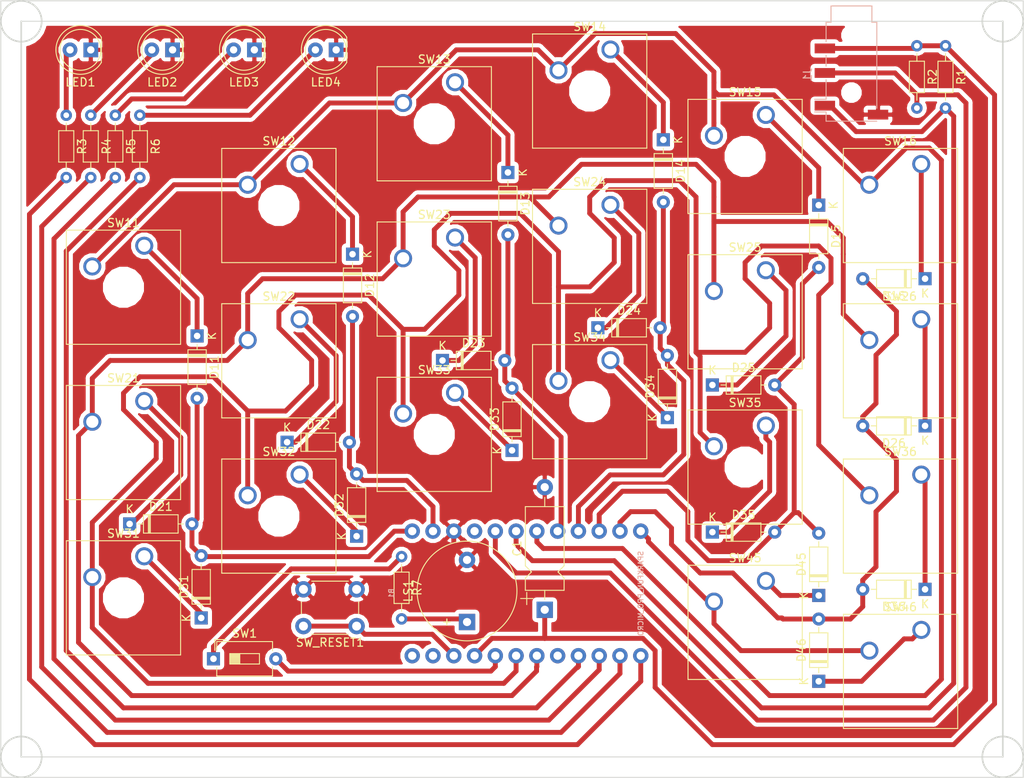
<source format=kicad_pcb>
(kicad_pcb (version 20171130) (host pcbnew "(5.0.1)-4")
  (layers (0 F.Cu signal) (31 B.Cu signal) (34 B.Paste user) (35 F.Paste user) (36 B.SilkS user) (37 F.SilkS user) (38 B.Mask user) (39 F.Mask user) (44 Edge.Cuts user))
  (net 0 "")
  (net 1 GND)
  (net 2 "Net-(B1-Pad5)")
  (net 3 "Net-(B1-Pad6)")
  (net 4 /SPEAKER)
  (net 5 /ROW1)
  (net 6 /ROW2)
  (net 7 /ROW3)
  (net 8 /ROW4)
  (net 9 /COL6)
  (net 10 /COL5)
  (net 11 /COL4)
  (net 12 /COL3)
  (net 13 /COL2)
  (net 14 /COL1)
  (net 15 VCC)
  (net 16 "Net-(B1-Pad22)")
  (net 17 "Net-(D11-Pad1)")
  (net 18 "Net-(D12-Pad1)")
  (net 19 "Net-(D13-Pad1)")
  (net 20 "Net-(D14-Pad1)")
  (net 21 "Net-(D15-Pad1)")
  (net 22 "Net-(D16-Pad1)")
  (net 23 "Net-(D21-Pad1)")
  (net 24 "Net-(D22-Pad1)")
  (net 25 "Net-(D23-Pad1)")
  (net 26 "Net-(D24-Pad1)")
  (net 27 "Net-(D25-Pad1)")
  (net 28 "Net-(D26-Pad1)")
  (net 29 "Net-(D31-Pad1)")
  (net 30 "Net-(D32-Pad1)")
  (net 31 "Net-(D33-Pad1)")
  (net 32 "Net-(D34-Pad1)")
  (net 33 "Net-(D35-Pad1)")
  (net 34 "Net-(D36-Pad1)")
  (net 35 /LED3)
  (net 36 /LED4)
  (net 37 /LED1)
  (net 38 /LED2)
  (net 39 "Net-(LED1-Pad2)")
  (net 40 "Net-(LED2-Pad2)")
  (net 41 "Net-(LED3-Pad2)")
  (net 42 "Net-(LED4-Pad2)")
  (net 43 "Net-(LS1-Pad1)")
  (net 44 "Net-(D45-Pad1)")
  (net 45 "Net-(D46-Pad1)")
  (net 46 "Net-(R7-Pad1)")
  (module Connector_Audio:Jack_3.5mm_PJ320D_Horizontal (layer B.Cu) (at 176.8 88.67 270)
    (fp_text reference J1 (at 0.05 5.35 270) (layer B.SilkS) (effects (justify mirror)))
    (fp_text value AudioJack4_Ground)
    (pad "" np_thru_hole circle (at 2.225 0 270) (size 1.5 1.5) (drill 1.5) (layers *.Cu *.Mask))
    (pad "" np_thru_hole circle (at -4.775 0 270) (size 1.5 1.5) (drill 1.5) (layers *.Cu *.Mask))
    (pad 3 smd rect (at -3.175 3.25 270) (size 1.2 2.5) (layers F.Cu B.Paste B.Mask) (net 15 VCC))
    (pad 2 smd rect (at -0.175 3.25 270) (size 1.2 2.5) (layers F.Cu B.Paste B.Mask) (net 2 "Net-(B1-Pad5)"))
    (pad 1 smd rect (at 3.825 3.25 270) (size 1.2 2.5) (layers F.Cu B.Paste B.Mask) (net 3 "Net-(B1-Pad6)"))
    (pad 4 smd rect (at 4.925 -3.25 270) (size 1.2 2.5) (layers F.Cu B.Paste B.Mask) (net 1 GND))
  )
  (module Button_Switch_Keyboard:SW_Cherry_MX1A_1.00u_Plate (layer F.Cu) (at 166.335109 93.630759)
    (fp_text reference SW15 (at -2.54 -2.794) (layer F.SilkS))
    (fp_text value SW_Push)
    (pad "" np_thru_hole circle (at -2.54 5.08) (size 4 4) (drill 4) (layers *.Cu *.Mask))
    (pad 2 thru_hole circle (at -6.35 2.54) (size 2.2 2.2) (drill 1.5) (layers *.Cu *.Mask) (net 5 /ROW1))
    (pad 1 thru_hole circle (at 0 0) (size 2.2 2.2) (drill 1.5) (layers *.Cu *.Mask) (net 21 "Net-(D15-Pad1)"))
  )
  (module Button_Switch_THT:SW_PUSH_6mm (layer F.Cu) (at 116.3 156.17 180)
    (fp_text reference SW_RESET1 (at 3.25 -2 180) (layer F.SilkS))
    (fp_text value SW_Push)
    (pad 1 thru_hole circle (at 6.5 0 270) (size 2 2) (drill 1.1) (layers *.Cu *.Mask) (net 16 "Net-(B1-Pad22)"))
    (pad 2 thru_hole circle (at 6.5 4.5 270) (size 2 2) (drill 1.1) (layers *.Cu *.Mask) (net 1 GND))
    (pad 1 thru_hole circle (at 0 0 270) (size 2 2) (drill 1.1) (layers *.Cu *.Mask) (net 16 "Net-(B1-Pad22)"))
    (pad 2 thru_hole circle (at 0 4.5 270) (size 2 2) (drill 1.1) (layers *.Cu *.Mask) (net 1 GND))
  )
  (module Button_Switch_THT:SW_DIP_SPSTx01_Slide_6.7x4.1mm_W7.62mm_P2.54mm_LowProfile (layer F.Cu) (at 98.8 160.17)
    (fp_text reference SW1 (at 3.81 -3.11) (layer F.SilkS))
    (fp_text value SW_DIP_x01)
    (pad 1 thru_hole rect (at 0 0) (size 1.6 1.6) (drill 0.8) (layers *.Cu *.Mask) (net 46 "Net-(R7-Pad1)"))
    (pad 2 thru_hole oval (at 7.62 0) (size 1.6 1.6) (drill 0.8) (layers *.Cu *.Mask) (net 4 /SPEAKER))
  )
  (module Button_Switch_Keyboard:SW_Cherry_MX1A_1.00u_Plate (layer F.Cu) (at 166.335109 131.630759)
    (fp_text reference SW35 (at -2.54 -2.794) (layer F.SilkS))
    (fp_text value SW_Push)
    (pad "" np_thru_hole circle (at -2.54 5.08) (size 4 4) (drill 4) (layers *.Cu *.Mask))
    (pad 2 thru_hole circle (at -6.35 2.54) (size 2.2 2.2) (drill 1.5) (layers *.Cu *.Mask) (net 7 /ROW3))
    (pad 1 thru_hole circle (at 0 0) (size 2.2 2.2) (drill 1.5) (layers *.Cu *.Mask) (net 33 "Net-(D35-Pad1)"))
  )
  (module Button_Switch_Keyboard:SW_Cherry_MX1A_1.00u_Plate (layer F.Cu) (at 90.335109 147.630759)
    (fp_text reference SW31 (at -2.54 -2.794) (layer F.SilkS))
    (fp_text value SW_Push)
    (pad 1 thru_hole circle (at 0 0) (size 2.2 2.2) (drill 1.5) (layers *.Cu *.Mask) (net 29 "Net-(D31-Pad1)"))
    (pad 2 thru_hole circle (at -6.35 2.54) (size 2.2 2.2) (drill 1.5) (layers *.Cu *.Mask) (net 7 /ROW3))
    (pad "" np_thru_hole circle (at -2.54 5.08) (size 4 4) (drill 4) (layers *.Cu *.Mask))
  )
  (module Buzzer_Beeper:Buzzer_12x9.5RM7.6 (layer F.Cu) (at 129.8 155.67 90)
    (fp_text reference LS1 (at 3.8 -7.2 90) (layer F.SilkS))
    (fp_text value Speaker)
    (fp_text user + (at -0.01 -2.54 90) (layer F.SilkS))
    (pad 1 thru_hole rect (at 0 0 90) (size 2 2) (drill 1) (layers *.Cu *.Mask) (net 43 "Net-(LS1-Pad1)"))
    (pad 2 thru_hole circle (at 7.6 0 90) (size 2 2) (drill 1) (layers *.Cu *.Mask) (net 1 GND))
  )
  (module Button_Switch_Keyboard:SW_Cherry_MX1A_1.00u_Plate (layer F.Cu) (at 90.335109 128.630759)
    (fp_text reference SW21 (at -2.54 -2.794) (layer F.SilkS))
    (fp_text value SW_Push)
    (pad 1 thru_hole circle (at 0 0) (size 2.2 2.2) (drill 1.5) (layers *.Cu *.Mask) (net 23 "Net-(D21-Pad1)"))
    (pad 2 thru_hole circle (at -6.35 2.54) (size 2.2 2.2) (drill 1.5) (layers *.Cu *.Mask) (net 6 /ROW2))
    (pad "" np_thru_hole circle (at -2.54 5.08) (size 4 4) (drill 4) (layers *.Cu *.Mask))
  )
  (module Boards:SPARKFUN_PRO_MICRO (layer B.Cu) (at 135.8 152.17 270)
    (fp_text reference B1 (at 0 15.24 270) (layer B.SilkS) (effects (font (size 0.6096 0.6096) (thickness 0.127)) (justify mirror)))
    (fp_text value SPARKFUN_PRO_MICRO (at 0 -15.24 270) (layer B.SilkS) (effects (font (size 0.6096 0.6096) (thickness 0.127)) (justify mirror)))
    (pad 1 thru_hole circle (at -7.62 12.7 270) (size 1.8796 1.8796) (drill 1.016) (layers *.Cu *.Mask) (net 14 /COL1))
    (pad 2 thru_hole circle (at -7.62 10.16 270) (size 1.8796 1.8796) (drill 1.016) (layers *.Cu *.Mask) (net 13 /COL2))
    (pad 3 thru_hole circle (at -7.62 7.62 270) (size 1.8796 1.8796) (drill 1.016) (layers *.Cu *.Mask) (net 1 GND))
    (pad 4 thru_hole circle (at -7.62 5.08 270) (size 1.8796 1.8796) (drill 1.016) (layers *.Cu *.Mask))
    (pad 5 thru_hole circle (at -7.62 2.54 270) (size 1.8796 1.8796) (drill 1.016) (layers *.Cu *.Mask) (net 2 "Net-(B1-Pad5)"))
    (pad 6 thru_hole circle (at -7.62 0 270) (size 1.8796 1.8796) (drill 1.016) (layers *.Cu *.Mask) (net 3 "Net-(B1-Pad6)"))
    (pad 7 thru_hole circle (at -7.62 -2.54 270) (size 1.8796 1.8796) (drill 1.016) (layers *.Cu *.Mask) (net 5 /ROW1))
    (pad 8 thru_hole circle (at -7.62 -5.08 270) (size 1.8796 1.8796) (drill 1.016) (layers *.Cu *.Mask) (net 12 /COL3))
    (pad 9 thru_hole circle (at -7.62 -7.62 270) (size 1.8796 1.8796) (drill 1.016) (layers *.Cu *.Mask) (net 11 /COL4))
    (pad 10 thru_hole circle (at -7.62 -10.16 270) (size 1.8796 1.8796) (drill 1.016) (layers *.Cu *.Mask) (net 10 /COL5))
    (pad 11 thru_hole circle (at -7.62 -12.7 270) (size 1.8796 1.8796) (drill 1.016) (layers *.Cu *.Mask) (net 9 /COL6))
    (pad 12 thru_hole circle (at -7.62 -15.24 270) (size 1.8796 1.8796) (drill 1.016) (layers *.Cu *.Mask) (net 8 /ROW4))
    (pad 13 thru_hole circle (at 7.62 -15.24 270) (size 1.8796 1.8796) (drill 1.016) (layers *.Cu *.Mask) (net 37 /LED1))
    (pad 14 thru_hole circle (at 7.62 -12.7 270) (size 1.8796 1.8796) (drill 1.016) (layers *.Cu *.Mask) (net 38 /LED2))
    (pad 15 thru_hole circle (at 7.62 -10.16 270) (size 1.8796 1.8796) (drill 1.016) (layers *.Cu *.Mask) (net 35 /LED3))
    (pad 16 thru_hole circle (at 7.62 -7.62 270) (size 1.8796 1.8796) (drill 1.016) (layers *.Cu *.Mask) (net 36 /LED4))
    (pad 17 thru_hole circle (at 7.62 -5.08 270) (size 1.8796 1.8796) (drill 1.016) (layers *.Cu *.Mask))
    (pad 18 thru_hole circle (at 7.62 -2.54 270) (size 1.8796 1.8796) (drill 1.016) (layers *.Cu *.Mask) (net 6 /ROW2))
    (pad 19 thru_hole circle (at 7.62 0 270) (size 1.8796 1.8796) (drill 1.016) (layers *.Cu *.Mask) (net 7 /ROW3))
    (pad 20 thru_hole circle (at 7.62 2.54 270) (size 1.8796 1.8796) (drill 1.016) (layers *.Cu *.Mask) (net 4 /SPEAKER))
    (pad 21 thru_hole circle (at 7.62 5.08 270) (size 1.8796 1.8796) (drill 1.016) (layers *.Cu *.Mask) (net 15 VCC))
    (pad 22 thru_hole circle (at 7.62 7.62 270) (size 1.8796 1.8796) (drill 1.016) (layers *.Cu *.Mask) (net 16 "Net-(B1-Pad22)"))
    (pad 23 thru_hole circle (at 7.62 10.16 270) (size 1.8796 1.8796) (drill 1.016) (layers *.Cu *.Mask))
    (pad 24 thru_hole circle (at 7.62 12.7 270) (size 1.8796 1.8796) (drill 1.016) (layers *.Cu *.Mask))
  )
  (module Button_Switch_Keyboard:SW_Cherry_MX1A_1.00u_Plate (layer F.Cu) (at 90.335109 109.630759)
    (fp_text reference SW11 (at -2.54 -2.794) (layer F.SilkS))
    (fp_text value SW_Push)
    (pad "" np_thru_hole circle (at -2.54 5.08) (size 4 4) (drill 4) (layers *.Cu *.Mask))
    (pad 2 thru_hole circle (at -6.35 2.54) (size 2.2 2.2) (drill 1.5) (layers *.Cu *.Mask) (net 5 /ROW1))
    (pad 1 thru_hole circle (at 0 0) (size 2.2 2.2) (drill 1.5) (layers *.Cu *.Mask) (net 17 "Net-(D11-Pad1)"))
  )
  (module Button_Switch_Keyboard:SW_Cherry_MX1A_1.00u_Plate (layer F.Cu) (at 109.335109 118.630759)
    (fp_text reference SW22 (at -2.54 -2.794) (layer F.SilkS))
    (fp_text value SW_Push)
    (pad "" np_thru_hole circle (at -2.54 5.08) (size 4 4) (drill 4) (layers *.Cu *.Mask))
    (pad 2 thru_hole circle (at -6.35 2.54) (size 2.2 2.2) (drill 1.5) (layers *.Cu *.Mask) (net 6 /ROW2))
    (pad 1 thru_hole circle (at 0 0) (size 2.2 2.2) (drill 1.5) (layers *.Cu *.Mask) (net 24 "Net-(D22-Pad1)"))
  )
  (module Button_Switch_Keyboard:SW_Cherry_MX1A_1.00u_Plate (layer F.Cu) (at 166.335109 112.630759)
    (fp_text reference SW25 (at -2.54 -2.794) (layer F.SilkS))
    (fp_text value SW_Push)
    (pad 1 thru_hole circle (at 0 0) (size 2.2 2.2) (drill 1.5) (layers *.Cu *.Mask) (net 27 "Net-(D25-Pad1)"))
    (pad 2 thru_hole circle (at -6.35 2.54) (size 2.2 2.2) (drill 1.5) (layers *.Cu *.Mask) (net 6 /ROW2))
    (pad "" np_thru_hole circle (at -2.54 5.08) (size 4 4) (drill 4) (layers *.Cu *.Mask))
  )
  (module Button_Switch_Keyboard:SW_Cherry_MX1A_1.00u_Plate (layer F.Cu) (at 147.335109 85.630759)
    (fp_text reference SW14 (at -2.54 -2.794) (layer F.SilkS))
    (fp_text value SW_Push)
    (pad 1 thru_hole circle (at 0 0) (size 2.2 2.2) (drill 1.5) (layers *.Cu *.Mask) (net 20 "Net-(D14-Pad1)"))
    (pad 2 thru_hole circle (at -6.35 2.54) (size 2.2 2.2) (drill 1.5) (layers *.Cu *.Mask) (net 5 /ROW1))
    (pad "" np_thru_hole circle (at -2.54 5.08) (size 4 4) (drill 4) (layers *.Cu *.Mask))
  )
  (module Button_Switch_Keyboard:SW_Cherry_MX1A_1.00u_Plate (layer F.Cu) (at 185.335109 137.630759)
    (fp_text reference SW36 (at -2.54 -2.794) (layer F.SilkS))
    (fp_text value SW_Push)
    (pad "" np_thru_hole circle (at -2.54 5.08) (size 4 4) (drill 4) (layers *.Cu *.Mask))
    (pad 2 thru_hole circle (at -6.35 2.54) (size 2.2 2.2) (drill 1.5) (layers *.Cu *.Mask) (net 7 /ROW3))
    (pad 1 thru_hole circle (at 0 0) (size 2.2 2.2) (drill 1.5) (layers *.Cu *.Mask) (net 34 "Net-(D36-Pad1)"))
  )
  (module Resistor_THT:R_Axial_DIN0204_L3.6mm_D1.6mm_P7.62mm_Horizontal (layer F.Cu) (at 86.8 93.67 270)
    (fp_text reference R5 (at 3.81 -1.92 270) (layer F.SilkS))
    (fp_text value R)
    (pad 2 thru_hole oval (at 7.62 0 270) (size 1.4 1.4) (drill 0.7) (layers *.Cu *.Mask) (net 35 /LED3))
    (pad 1 thru_hole circle (at 0 0 270) (size 1.4 1.4) (drill 0.7) (layers *.Cu *.Mask) (net 41 "Net-(LED3-Pad2)"))
  )
  (module LED_THT:LED_D5.0mm (layer F.Cu) (at 103.8 85.67 180)
    (fp_text reference LED3 (at 1.27 -3.96 180) (layer F.SilkS))
    (fp_text value LED)
    (pad 2 thru_hole circle (at 2.54 0 180) (size 1.8 1.8) (drill 0.9) (layers *.Cu *.Mask) (net 41 "Net-(LED3-Pad2)"))
    (pad 1 thru_hole rect (at 0 0 180) (size 1.8 1.8) (drill 0.9) (layers *.Cu *.Mask) (net 1 GND))
  )
  (module Resistor_THT:R_Axial_DIN0204_L3.6mm_D1.6mm_P7.62mm_Horizontal (layer F.Cu) (at 80.8 93.67 270)
    (fp_text reference R3 (at 3.81 -1.92 270) (layer F.SilkS))
    (fp_text value R)
    (pad 2 thru_hole oval (at 7.62 0 270) (size 1.4 1.4) (drill 0.7) (layers *.Cu *.Mask) (net 37 /LED1))
    (pad 1 thru_hole circle (at 0 0 270) (size 1.4 1.4) (drill 0.7) (layers *.Cu *.Mask) (net 39 "Net-(LED1-Pad2)"))
  )
  (module Resistor_THT:R_Axial_DIN0204_L3.6mm_D1.6mm_P7.62mm_Horizontal (layer F.Cu) (at 89.8 93.67 270)
    (fp_text reference R6 (at 3.81 -1.92 270) (layer F.SilkS))
    (fp_text value R)
    (pad 2 thru_hole oval (at 7.62 0 270) (size 1.4 1.4) (drill 0.7) (layers *.Cu *.Mask) (net 36 /LED4))
    (pad 1 thru_hole circle (at 0 0 270) (size 1.4 1.4) (drill 0.7) (layers *.Cu *.Mask) (net 42 "Net-(LED4-Pad2)"))
  )
  (module Resistor_THT:R_Axial_DIN0204_L3.6mm_D1.6mm_P7.62mm_Horizontal (layer F.Cu) (at 121.8 147.67 270)
    (fp_text reference R7 (at 3.81 -1.92 270) (layer F.SilkS))
    (fp_text value R)
    (pad 1 thru_hole circle (at 0 0 270) (size 1.4 1.4) (drill 0.7) (layers *.Cu *.Mask) (net 46 "Net-(R7-Pad1)"))
    (pad 2 thru_hole oval (at 7.62 0 270) (size 1.4 1.4) (drill 0.7) (layers *.Cu *.Mask) (net 43 "Net-(LS1-Pad1)"))
  )
  (module LED_THT:LED_D5.0mm (layer F.Cu) (at 83.8 85.67 180)
    (fp_text reference LED1 (at 1.27 -3.96 180) (layer F.SilkS))
    (fp_text value LED)
    (pad 2 thru_hole circle (at 2.54 0 180) (size 1.8 1.8) (drill 0.9) (layers *.Cu *.Mask) (net 39 "Net-(LED1-Pad2)"))
    (pad 1 thru_hole rect (at 0 0 180) (size 1.8 1.8) (drill 0.9) (layers *.Cu *.Mask) (net 1 GND))
  )
  (module Resistor_THT:R_Axial_DIN0204_L3.6mm_D1.6mm_P7.62mm_Horizontal (layer F.Cu) (at 83.8 93.67 270)
    (fp_text reference R4 (at 3.81 -1.92 270) (layer F.SilkS))
    (fp_text value R)
    (pad 2 thru_hole oval (at 7.62 0 270) (size 1.4 1.4) (drill 0.7) (layers *.Cu *.Mask) (net 38 /LED2))
    (pad 1 thru_hole circle (at 0 0 270) (size 1.4 1.4) (drill 0.7) (layers *.Cu *.Mask) (net 40 "Net-(LED2-Pad2)"))
  )
  (module LED_THT:LED_D5.0mm (layer F.Cu) (at 113.8 85.67 180)
    (fp_text reference LED4 (at 1.27 -3.96 180) (layer F.SilkS))
    (fp_text value LED)
    (pad 1 thru_hole rect (at 0 0 180) (size 1.8 1.8) (drill 0.9) (layers *.Cu *.Mask) (net 1 GND))
    (pad 2 thru_hole circle (at 2.54 0 180) (size 1.8 1.8) (drill 0.9) (layers *.Cu *.Mask) (net 42 "Net-(LED4-Pad2)"))
  )
  (module LED_THT:LED_D5.0mm (layer F.Cu) (at 93.8 85.67 180)
    (fp_text reference LED2 (at 1.27 -3.96 180) (layer F.SilkS))
    (fp_text value LED)
    (pad 1 thru_hole rect (at 0 0 180) (size 1.8 1.8) (drill 0.9) (layers *.Cu *.Mask) (net 1 GND))
    (pad 2 thru_hole circle (at 2.54 0 180) (size 1.8 1.8) (drill 0.9) (layers *.Cu *.Mask) (net 40 "Net-(LED2-Pad2)"))
  )
  (module Button_Switch_Keyboard:SW_Cherry_MX1A_1.00u_Plate (layer F.Cu) (at 128.335109 127.630759)
    (fp_text reference SW33 (at -2.54 -2.794) (layer F.SilkS))
    (fp_text value SW_Push)
    (pad "" np_thru_hole circle (at -2.54 5.08) (size 4 4) (drill 4) (layers *.Cu *.Mask))
    (pad 2 thru_hole circle (at -6.35 2.54) (size 2.2 2.2) (drill 1.5) (layers *.Cu *.Mask) (net 7 /ROW3))
    (pad 1 thru_hole circle (at 0 0) (size 2.2 2.2) (drill 1.5) (layers *.Cu *.Mask) (net 31 "Net-(D33-Pad1)"))
  )
  (module Resistor_THT:R_Axial_DIN0204_L3.6mm_D1.6mm_P7.62mm_Horizontal (layer F.Cu) (at 184.8 85.17 270)
    (fp_text reference R2 (at 3.81 -1.92 270) (layer F.SilkS))
    (fp_text value R)
    (pad 1 thru_hole circle (at 0 0 270) (size 1.4 1.4) (drill 0.7) (layers *.Cu *.Mask) (net 15 VCC))
    (pad 2 thru_hole oval (at 7.62 0 270) (size 1.4 1.4) (drill 0.7) (layers *.Cu *.Mask) (net 2 "Net-(B1-Pad5)"))
  )
  (module Button_Switch_Keyboard:SW_Cherry_MX1A_1.00u_Plate (layer F.Cu) (at 128.335109 89.630759)
    (fp_text reference SW13 (at -2.54 -2.794) (layer F.SilkS))
    (fp_text value SW_Push)
    (pad "" np_thru_hole circle (at -2.54 5.08) (size 4 4) (drill 4) (layers *.Cu *.Mask))
    (pad 2 thru_hole circle (at -6.35 2.54) (size 2.2 2.2) (drill 1.5) (layers *.Cu *.Mask) (net 5 /ROW1))
    (pad 1 thru_hole circle (at 0 0) (size 2.2 2.2) (drill 1.5) (layers *.Cu *.Mask) (net 19 "Net-(D13-Pad1)"))
  )
  (module Button_Switch_Keyboard:SW_Cherry_MX1A_1.00u_Plate (layer F.Cu) (at 147.335109 104.630759)
    (fp_text reference SW24 (at -2.54 -2.794) (layer F.SilkS))
    (fp_text value SW_Push)
    (pad "" np_thru_hole circle (at -2.54 5.08) (size 4 4) (drill 4) (layers *.Cu *.Mask))
    (pad 2 thru_hole circle (at -6.35 2.54) (size 2.2 2.2) (drill 1.5) (layers *.Cu *.Mask) (net 6 /ROW2))
    (pad 1 thru_hole circle (at 0 0) (size 2.2 2.2) (drill 1.5) (layers *.Cu *.Mask) (net 26 "Net-(D24-Pad1)"))
  )
  (module Button_Switch_Keyboard:SW_Cherry_MX1A_1.00u_Plate (layer F.Cu) (at 147.335109 123.630759)
    (fp_text reference SW34 (at -2.54 -2.794) (layer F.SilkS))
    (fp_text value SW_Push)
    (pad 1 thru_hole circle (at 0 0) (size 2.2 2.2) (drill 1.5) (layers *.Cu *.Mask) (net 32 "Net-(D34-Pad1)"))
    (pad 2 thru_hole circle (at -6.35 2.54) (size 2.2 2.2) (drill 1.5) (layers *.Cu *.Mask) (net 7 /ROW3))
    (pad "" np_thru_hole circle (at -2.54 5.08) (size 4 4) (drill 4) (layers *.Cu *.Mask))
  )
  (module Button_Switch_Keyboard:SW_Cherry_MX1A_1.00u_Plate (layer F.Cu) (at 109.335109 99.630759)
    (fp_text reference SW12 (at -2.54 -2.794) (layer F.SilkS))
    (fp_text value SW_Push)
    (pad "" np_thru_hole circle (at -2.54 5.08) (size 4 4) (drill 4) (layers *.Cu *.Mask))
    (pad 2 thru_hole circle (at -6.35 2.54) (size 2.2 2.2) (drill 1.5) (layers *.Cu *.Mask) (net 5 /ROW1))
    (pad 1 thru_hole circle (at 0 0) (size 2.2 2.2) (drill 1.5) (layers *.Cu *.Mask) (net 18 "Net-(D12-Pad1)"))
  )
  (module Button_Switch_Keyboard:SW_Cherry_MX1A_1.00u_Plate (layer F.Cu) (at 128.335109 108.630759)
    (fp_text reference SW23 (at -2.54 -2.794) (layer F.SilkS))
    (fp_text value SW_Push)
    (pad 1 thru_hole circle (at 0 0) (size 2.2 2.2) (drill 1.5) (layers *.Cu *.Mask) (net 25 "Net-(D23-Pad1)"))
    (pad 2 thru_hole circle (at -6.35 2.54) (size 2.2 2.2) (drill 1.5) (layers *.Cu *.Mask) (net 6 /ROW2))
    (pad "" np_thru_hole circle (at -2.54 5.08) (size 4 4) (drill 4) (layers *.Cu *.Mask))
  )
  (module Button_Switch_Keyboard:SW_Cherry_MX1A_1.00u_Plate (layer F.Cu) (at 109.335109 137.630759)
    (fp_text reference SW32 (at -2.54 -2.794) (layer F.SilkS))
    (fp_text value SW_Push)
    (pad 1 thru_hole circle (at 0 0) (size 2.2 2.2) (drill 1.5) (layers *.Cu *.Mask) (net 30 "Net-(D32-Pad1)"))
    (pad 2 thru_hole circle (at -6.35 2.54) (size 2.2 2.2) (drill 1.5) (layers *.Cu *.Mask) (net 7 /ROW3))
    (pad "" np_thru_hole circle (at -2.54 5.08) (size 4 4) (drill 4) (layers *.Cu *.Mask))
  )
  (module Resistor_THT:R_Axial_DIN0204_L3.6mm_D1.6mm_P7.62mm_Horizontal (layer F.Cu) (at 188.3 85.17 270)
    (fp_text reference R1 (at 3.81 -1.92 270) (layer F.SilkS))
    (fp_text value R)
    (pad 1 thru_hole circle (at 0 0 270) (size 1.4 1.4) (drill 0.7) (layers *.Cu *.Mask) (net 15 VCC))
    (pad 2 thru_hole oval (at 7.62 0 270) (size 1.4 1.4) (drill 0.7) (layers *.Cu *.Mask) (net 3 "Net-(B1-Pad6)"))
  )
  (module Button_Switch_Keyboard:SW_Cherry_MX1A_1.00u_Plate (layer F.Cu) (at 185.335109 99.630759)
    (fp_text reference SW16 (at -2.54 -2.794) (layer F.SilkS))
    (fp_text value SW_Push)
    (pad 1 thru_hole circle (at 0 0) (size 2.2 2.2) (drill 1.5) (layers *.Cu *.Mask) (net 22 "Net-(D16-Pad1)"))
    (pad 2 thru_hole circle (at -6.35 2.54) (size 2.2 2.2) (drill 1.5) (layers *.Cu *.Mask) (net 5 /ROW1))
    (pad "" np_thru_hole circle (at -2.54 5.08) (size 4 4) (drill 4) (layers *.Cu *.Mask))
  )
  (module Button_Switch_Keyboard:SW_Cherry_MX1A_1.00u_Plate (layer F.Cu) (at 185.335109 118.630759)
    (fp_text reference SW26 (at -2.54 -2.794) (layer F.SilkS))
    (fp_text value SW_Push)
    (pad "" np_thru_hole circle (at -2.54 5.08) (size 4 4) (drill 4) (layers *.Cu *.Mask))
    (pad 2 thru_hole circle (at -6.35 2.54) (size 2.2 2.2) (drill 1.5) (layers *.Cu *.Mask) (net 6 /ROW2))
    (pad 1 thru_hole circle (at 0 0) (size 2.2 2.2) (drill 1.5) (layers *.Cu *.Mask) (net 28 "Net-(D26-Pad1)"))
  )
  (module Button_Switch_Keyboard:SW_Cherry_MX1A_1.00u_Plate (layer F.Cu) (at 166.344891 150.630759)
    (fp_text reference SW45 (at -2.54 -2.794) (layer F.SilkS))
    (fp_text value SW_Push)
    (pad 1 thru_hole circle (at 0 0) (size 2.2 2.2) (drill 1.5) (layers *.Cu *.Mask) (net 44 "Net-(D45-Pad1)"))
    (pad 2 thru_hole circle (at -6.35 2.54) (size 2.2 2.2) (drill 1.5) (layers *.Cu *.Mask) (net 8 /ROW4))
    (pad "" np_thru_hole circle (at -2.54 5.08) (size 4 4) (drill 4) (layers *.Cu *.Mask))
  )
  (module Button_Switch_Keyboard:SW_Cherry_MX1A_1.00u_Plate (layer F.Cu) (at 185.344891 156.630759)
    (fp_text reference SW46 (at -2.54 -2.794) (layer F.SilkS))
    (fp_text value SW_Push)
    (pad "" np_thru_hole circle (at -2.54 5.08) (size 4 4) (drill 4) (layers *.Cu *.Mask))
    (pad 2 thru_hole circle (at -6.35 2.54) (size 2.2 2.2) (drill 1.5) (layers *.Cu *.Mask) (net 8 /ROW4))
    (pad 1 thru_hole circle (at 0 0) (size 2.2 2.2) (drill 1.5) (layers *.Cu *.Mask) (net 45 "Net-(D46-Pad1)"))
  )
  (module Capacitor_THT:CP_Axial_L10.0mm_D4.5mm_P15.00mm_Horizontal (layer F.Cu) (at 139.3 154.17 90)
    (fp_text reference C1 (at 7.5 -3.37 90) (layer F.SilkS))
    (fp_text value C)
    (pad 1 thru_hole rect (at 0 0 90) (size 2 2) (drill 1) (layers *.Cu *.Mask) (net 15 VCC))
    (pad 2 thru_hole oval (at 15 0 90) (size 2 2) (drill 1) (layers *.Cu *.Mask) (net 1 GND))
  )
  (module Diode_THT:D_DO-35_SOD27_P7.62mm_Horizontal (layer F.Cu) (at 96.8 120.67 270)
    (fp_text reference D11 (at 3.81 -2.12 270) (layer F.SilkS))
    (fp_text value DIODE)
    (fp_text user K (at 0 -1.8 270) (layer F.SilkS))
    (pad 1 thru_hole rect (at 0 0 270) (size 1.6 1.6) (drill 0.8) (layers *.Cu *.Mask) (net 17 "Net-(D11-Pad1)"))
    (pad 2 thru_hole oval (at 7.62 0 270) (size 1.6 1.6) (drill 0.8) (layers *.Cu *.Mask) (net 14 /COL1))
  )
  (module Diode_THT:D_DO-35_SOD27_P7.62mm_Horizontal (layer F.Cu) (at 115.8 110.67 270)
    (fp_text reference D12 (at 3.81 -2.12 270) (layer F.SilkS))
    (fp_text value DIODE)
    (fp_text user K (at 0 -1.8 270) (layer F.SilkS))
    (pad 2 thru_hole oval (at 7.62 0 270) (size 1.6 1.6) (drill 0.8) (layers *.Cu *.Mask) (net 13 /COL2))
    (pad 1 thru_hole rect (at 0 0 270) (size 1.6 1.6) (drill 0.8) (layers *.Cu *.Mask) (net 18 "Net-(D12-Pad1)"))
  )
  (module Diode_THT:D_DO-35_SOD27_P7.62mm_Horizontal (layer F.Cu) (at 134.8 100.67 270)
    (fp_text reference D13 (at 3.81 -2.12 270) (layer F.SilkS))
    (fp_text value DIODE)
    (fp_text user K (at 0 -1.8 270) (layer F.SilkS))
    (pad 1 thru_hole rect (at 0 0 270) (size 1.6 1.6) (drill 0.8) (layers *.Cu *.Mask) (net 19 "Net-(D13-Pad1)"))
    (pad 2 thru_hole oval (at 7.62 0 270) (size 1.6 1.6) (drill 0.8) (layers *.Cu *.Mask) (net 12 /COL3))
  )
  (module Diode_THT:D_DO-35_SOD27_P7.62mm_Horizontal (layer F.Cu) (at 153.8 96.67 270)
    (fp_text reference D14 (at 3.81 -2.12 270) (layer F.SilkS))
    (fp_text value DIODE)
    (fp_text user K (at 0 -1.8 270) (layer F.SilkS))
    (pad 2 thru_hole oval (at 7.62 0 270) (size 1.6 1.6) (drill 0.8) (layers *.Cu *.Mask) (net 11 /COL4))
    (pad 1 thru_hole rect (at 0 0 270) (size 1.6 1.6) (drill 0.8) (layers *.Cu *.Mask) (net 20 "Net-(D14-Pad1)"))
  )
  (module Diode_THT:D_DO-35_SOD27_P7.62mm_Horizontal (layer F.Cu) (at 172.8 104.67 270)
    (fp_text reference D15 (at 3.81 -2.12 270) (layer F.SilkS))
    (fp_text value DIODE)
    (fp_text user K (at 0 -1.8 270) (layer F.SilkS))
    (pad 1 thru_hole rect (at 0 0 270) (size 1.6 1.6) (drill 0.8) (layers *.Cu *.Mask) (net 21 "Net-(D15-Pad1)"))
    (pad 2 thru_hole oval (at 7.62 0 270) (size 1.6 1.6) (drill 0.8) (layers *.Cu *.Mask) (net 10 /COL5))
  )
  (module Diode_THT:D_DO-35_SOD27_P7.62mm_Horizontal (layer F.Cu) (at 185.8 113.67 180)
    (fp_text reference D16 (at 3.81 -2.12 180) (layer F.SilkS))
    (fp_text value DIODE)
    (fp_text user K (at 0 -1.8 180) (layer F.SilkS))
    (pad 2 thru_hole oval (at 7.62 0 180) (size 1.6 1.6) (drill 0.8) (layers *.Cu *.Mask) (net 9 /COL6))
    (pad 1 thru_hole rect (at 0 0 180) (size 1.6 1.6) (drill 0.8) (layers *.Cu *.Mask) (net 22 "Net-(D16-Pad1)"))
  )
  (module Diode_THT:D_DO-35_SOD27_P7.62mm_Horizontal (layer F.Cu) (at 88.55 143.67)
    (fp_text reference D21 (at 3.81 -2.12) (layer F.SilkS))
    (fp_text value DIODE)
    (fp_text user K (at 0 -1.8) (layer F.SilkS))
    (pad 1 thru_hole rect (at 0 0) (size 1.6 1.6) (drill 0.8) (layers *.Cu *.Mask) (net 23 "Net-(D21-Pad1)"))
    (pad 2 thru_hole oval (at 7.62 0) (size 1.6 1.6) (drill 0.8) (layers *.Cu *.Mask) (net 14 /COL1))
  )
  (module Diode_THT:D_DO-35_SOD27_P7.62mm_Horizontal (layer F.Cu) (at 107.8 133.67)
    (fp_text reference D22 (at 3.81 -2.12) (layer F.SilkS))
    (fp_text value DIODE)
    (fp_text user K (at 0 -1.8) (layer F.SilkS))
    (pad 1 thru_hole rect (at 0 0) (size 1.6 1.6) (drill 0.8) (layers *.Cu *.Mask) (net 24 "Net-(D22-Pad1)"))
    (pad 2 thru_hole oval (at 7.62 0) (size 1.6 1.6) (drill 0.8) (layers *.Cu *.Mask) (net 13 /COL2))
  )
  (module Diode_THT:D_DO-35_SOD27_P7.62mm_Horizontal (layer F.Cu) (at 126.8 123.67)
    (fp_text reference D23 (at 3.81 -2.12) (layer F.SilkS))
    (fp_text value DIODE)
    (fp_text user K (at 0 -1.8) (layer F.SilkS))
    (pad 1 thru_hole rect (at 0 0) (size 1.6 1.6) (drill 0.8) (layers *.Cu *.Mask) (net 25 "Net-(D23-Pad1)"))
    (pad 2 thru_hole oval (at 7.62 0) (size 1.6 1.6) (drill 0.8) (layers *.Cu *.Mask) (net 12 /COL3))
  )
  (module Diode_THT:D_DO-35_SOD27_P7.62mm_Horizontal (layer F.Cu) (at 145.8 119.67)
    (fp_text reference D24 (at 3.81 -2.12) (layer F.SilkS))
    (fp_text value DIODE)
    (fp_text user K (at 0 -1.8) (layer F.SilkS))
    (pad 1 thru_hole rect (at 0 0) (size 1.6 1.6) (drill 0.8) (layers *.Cu *.Mask) (net 26 "Net-(D24-Pad1)"))
    (pad 2 thru_hole oval (at 7.62 0) (size 1.6 1.6) (drill 0.8) (layers *.Cu *.Mask) (net 11 /COL4))
  )
  (module Diode_THT:D_DO-35_SOD27_P7.62mm_Horizontal (layer F.Cu) (at 159.8 126.67)
    (fp_text reference D25 (at 3.81 -2.12) (layer F.SilkS))
    (fp_text value DIODE)
    (fp_text user K (at 0 -1.8) (layer F.SilkS))
    (pad 1 thru_hole rect (at 0 0) (size 1.6 1.6) (drill 0.8) (layers *.Cu *.Mask) (net 27 "Net-(D25-Pad1)"))
    (pad 2 thru_hole oval (at 7.62 0) (size 1.6 1.6) (drill 0.8) (layers *.Cu *.Mask) (net 10 /COL5))
  )
  (module Diode_THT:D_DO-35_SOD27_P7.62mm_Horizontal (layer F.Cu) (at 185.8 131.67 180)
    (fp_text reference D26 (at 3.81 -2.12 180) (layer F.SilkS))
    (fp_text value DIODE)
    (fp_text user K (at 0 -1.8 180) (layer F.SilkS))
    (pad 1 thru_hole rect (at 0 0 180) (size 1.6 1.6) (drill 0.8) (layers *.Cu *.Mask) (net 28 "Net-(D26-Pad1)"))
    (pad 2 thru_hole oval (at 7.62 0 180) (size 1.6 1.6) (drill 0.8) (layers *.Cu *.Mask) (net 9 /COL6))
  )
  (module Diode_THT:D_DO-35_SOD27_P7.62mm_Horizontal (layer F.Cu) (at 97.3 155.17 90)
    (fp_text reference D31 (at 3.81 -2.12 90) (layer F.SilkS))
    (fp_text value DIODE)
    (fp_text user K (at 0 -1.8 90) (layer F.SilkS))
    (pad 2 thru_hole oval (at 7.62 0 90) (size 1.6 1.6) (drill 0.8) (layers *.Cu *.Mask) (net 14 /COL1))
    (pad 1 thru_hole rect (at 0 0 90) (size 1.6 1.6) (drill 0.8) (layers *.Cu *.Mask) (net 29 "Net-(D31-Pad1)"))
  )
  (module Diode_THT:D_DO-35_SOD27_P7.62mm_Horizontal (layer F.Cu) (at 116.3 145.17 90)
    (fp_text reference D32 (at 3.81 -2.12 90) (layer F.SilkS))
    (fp_text value DIODE)
    (fp_text user K (at 0 -1.8 90) (layer F.SilkS))
    (pad 2 thru_hole oval (at 7.62 0 90) (size 1.6 1.6) (drill 0.8) (layers *.Cu *.Mask) (net 13 /COL2))
    (pad 1 thru_hole rect (at 0 0 90) (size 1.6 1.6) (drill 0.8) (layers *.Cu *.Mask) (net 30 "Net-(D32-Pad1)"))
  )
  (module Diode_THT:D_DO-35_SOD27_P7.62mm_Horizontal (layer F.Cu) (at 135.3 134.67 90)
    (fp_text reference D33 (at 3.81 -2.12 90) (layer F.SilkS))
    (fp_text value DIODE)
    (fp_text user K (at 0 -1.8 90) (layer F.SilkS))
    (pad 2 thru_hole oval (at 7.62 0 90) (size 1.6 1.6) (drill 0.8) (layers *.Cu *.Mask) (net 12 /COL3))
    (pad 1 thru_hole rect (at 0 0 90) (size 1.6 1.6) (drill 0.8) (layers *.Cu *.Mask) (net 31 "Net-(D33-Pad1)"))
  )
  (module Diode_THT:D_DO-35_SOD27_P7.62mm_Horizontal (layer F.Cu) (at 154.3 130.67 90)
    (fp_text reference D34 (at 3.81 -2.12 90) (layer F.SilkS))
    (fp_text value DIODE)
    (fp_text user K (at 0 -1.8 90) (layer F.SilkS))
    (pad 2 thru_hole oval (at 7.62 0 90) (size 1.6 1.6) (drill 0.8) (layers *.Cu *.Mask) (net 11 /COL4))
    (pad 1 thru_hole rect (at 0 0 90) (size 1.6 1.6) (drill 0.8) (layers *.Cu *.Mask) (net 32 "Net-(D34-Pad1)"))
  )
  (module Diode_THT:D_DO-35_SOD27_P7.62mm_Horizontal (layer F.Cu) (at 159.8 144.67)
    (fp_text reference D35 (at 3.81 -2.12) (layer F.SilkS))
    (fp_text value DIODE)
    (fp_text user K (at 0 -1.8) (layer F.SilkS))
    (pad 2 thru_hole oval (at 7.62 0) (size 1.6 1.6) (drill 0.8) (layers *.Cu *.Mask) (net 10 /COL5))
    (pad 1 thru_hole rect (at 0 0) (size 1.6 1.6) (drill 0.8) (layers *.Cu *.Mask) (net 33 "Net-(D35-Pad1)"))
  )
  (module Diode_THT:D_DO-35_SOD27_P7.62mm_Horizontal (layer F.Cu) (at 185.8 151.67 180)
    (fp_text reference D36 (at 3.81 -2.12 180) (layer F.SilkS))
    (fp_text value DIODE)
    (fp_text user K (at 0 -1.8 180) (layer F.SilkS))
    (pad 1 thru_hole rect (at 0 0 180) (size 1.6 1.6) (drill 0.8) (layers *.Cu *.Mask) (net 34 "Net-(D36-Pad1)"))
    (pad 2 thru_hole oval (at 7.62 0 180) (size 1.6 1.6) (drill 0.8) (layers *.Cu *.Mask) (net 9 /COL6))
  )
  (module Diode_THT:D_DO-35_SOD27_P7.62mm_Horizontal (layer F.Cu) (at 172.8 152.42 90)
    (fp_text reference D45 (at 3.81 -2.12 90) (layer F.SilkS))
    (fp_text value DIODE)
    (fp_text user K (at 0 -1.8 90) (layer F.SilkS))
    (pad 1 thru_hole rect (at 0 0 90) (size 1.6 1.6) (drill 0.8) (layers *.Cu *.Mask) (net 44 "Net-(D45-Pad1)"))
    (pad 2 thru_hole oval (at 7.62 0 90) (size 1.6 1.6) (drill 0.8) (layers *.Cu *.Mask) (net 10 /COL5))
  )
  (module Diode_THT:D_DO-35_SOD27_P7.62mm_Horizontal (layer F.Cu) (at 172.8 162.92 90)
    (fp_text reference D46 (at 3.81 -2.12 90) (layer F.SilkS))
    (fp_text value DIODE)
    (fp_text user K (at 0 -1.8 90) (layer F.SilkS))
    (pad 1 thru_hole rect (at 0 0 90) (size 1.6 1.6) (drill 0.8) (layers *.Cu *.Mask) (net 45 "Net-(D46-Pad1)"))
    (pad 2 thru_hole oval (at 7.62 0 90) (size 1.6 1.6) (drill 0.8) (layers *.Cu *.Mask) (net 9 /COL6))
  )
  (gr_line (start 195.3 172.17) (end 195.3 82.17) (layer Edge.Cuts) (width 0.2))
  (gr_line (start 75.3 82.17) (end 75.3 172.17) (layer Edge.Cuts) (width 0.2))
  (gr_line (start 75.3 82.17) (end 195.3 82.17) (layer Edge.Cuts) (width 0.1))
  (gr_line (start 195.3 172.17) (end 75.3 172.17) (layer Edge.Cuts) (width 0.1))
  (gr_circle (center 195.3 82.17) (end 195.3 79.67) (layer Edge.Cuts) (width 0.2))
  (gr_circle (center 195.3 172.17) (end 197.8 172.17) (layer Edge.Cuts) (width 0.2))
  (gr_circle (center 75.3 172.17) (end 75.3 174.67) (layer Edge.Cuts) (width 0.2))
  (gr_circle (center 75.3 82.17) (end 75.3 79.67) (layer Edge.Cuts) (width 0.2))
  (gr_line (start 197.8 174.67) (end 72.8 174.67) (layer Edge.Cuts) (width 0.1))
  (gr_line (start 197.8 79.67) (end 197.8 174.67) (layer Edge.Cuts) (width 0.1))
  (gr_line (start 72.8 174.67) (end 72.8 79.67) (layer Edge.Cuts) (width 0.1))
  (gr_line (start 197.8 79.67) (end 72.8 79.67) (layer Edge.Cuts) (width 0.1))
  (segment (start 128.18 146.45) (end 129.8 148.07) (width 0.6) (layer F.Cu) (net 1))
  (segment (start 128.18 144.55) (end 128.18 146.45) (width 0.6) (layer F.Cu) (net 1))
  (segment (start 184.8 91.17) (end 184.8 92.79) (width 0.6) (layer F.Cu) (net 2))
  (segment (start 182.125 88.495) (end 184.8 91.17) (width 0.6) (layer F.Cu) (net 2))
  (segment (start 173.55 88.495) (end 182.125 88.495) (width 0.6) (layer F.Cu) (net 2))
  (segment (start 189.8 91.17) (end 184.8 91.17) (width 0.6) (layer F.Cu) (net 2))
  (segment (start 190.8 92.17) (end 189.8 91.17) (width 0.6) (layer F.Cu) (net 2))
  (segment (start 190.8 163.67) (end 190.8 92.17) (width 0.6) (layer F.Cu) (net 2))
  (segment (start 133.26 147.13) (end 135.8 149.67) (width 0.6) (layer F.Cu) (net 2))
  (segment (start 133.26 144.55) (end 133.26 147.13) (width 0.6) (layer F.Cu) (net 2))
  (segment (start 135.8 149.67) (end 147.3 149.67) (width 0.6) (layer F.Cu) (net 2))
  (segment (start 147.3 149.67) (end 165.3 167.67) (width 0.6) (layer F.Cu) (net 2))
  (segment (start 165.3 167.67) (end 186.8 167.67) (width 0.6) (layer F.Cu) (net 2))
  (segment (start 186.8 167.67) (end 190.8 163.67) (width 0.6) (layer F.Cu) (net 2))
  (segment (start 189.3 93.79) (end 188.3 92.79) (width 0.6) (layer F.Cu) (net 3))
  (segment (start 189.3 163.17) (end 189.3 93.79) (width 0.6) (layer F.Cu) (net 3))
  (segment (start 135.8 146.17) (end 137.8 148.17) (width 0.6) (layer F.Cu) (net 3))
  (segment (start 135.8 144.55) (end 135.8 146.17) (width 0.6) (layer F.Cu) (net 3))
  (segment (start 137.8 148.17) (end 147.8 148.17) (width 0.6) (layer F.Cu) (net 3))
  (segment (start 147.8 148.17) (end 165.8 166.17) (width 0.6) (layer F.Cu) (net 3))
  (segment (start 165.8 166.17) (end 186.3 166.17) (width 0.6) (layer F.Cu) (net 3))
  (segment (start 186.3 166.17) (end 189.3 163.17) (width 0.6) (layer F.Cu) (net 3))
  (segment (start 185.42 95.67) (end 188.3 92.79) (width 0.6) (layer F.Cu) (net 3))
  (segment (start 177.375 95.67) (end 185.42 95.67) (width 0.6) (layer F.Cu) (net 3))
  (segment (start 173.55 92.495) (end 174.2 92.495) (width 0.6) (layer F.Cu) (net 3))
  (segment (start 174.2 92.495) (end 177.375 95.67) (width 0.6) (layer F.Cu) (net 3))
  (segment (start 107.92 161.67) (end 106.42 160.17) (width 0.6) (layer F.Cu) (net 4))
  (segment (start 132.72 161.67) (end 107.92 161.67) (width 0.6) (layer F.Cu) (net 4))
  (segment (start 133.26 159.79) (end 133.26 161.13) (width 0.6) (layer F.Cu) (net 4))
  (segment (start 133.26 161.13) (end 132.72 161.67) (width 0.6) (layer F.Cu) (net 4))
  (segment (start 93.985109 102.170759) (end 102.985109 102.170759) (width 0.6) (layer F.Cu) (net 5))
  (segment (start 83.985109 112.170759) (end 93.985109 102.170759) (width 0.6) (layer F.Cu) (net 5))
  (segment (start 112.985109 92.170759) (end 121.985109 92.170759) (width 0.6) (layer F.Cu) (net 5))
  (segment (start 102.985109 102.170759) (end 112.985109 92.170759) (width 0.6) (layer F.Cu) (net 5))
  (segment (start 121.985109 92.170759) (end 128.485868 85.67) (width 0.6) (layer F.Cu) (net 5))
  (segment (start 138.48435 85.67) (end 140.985109 88.170759) (width 0.6) (layer F.Cu) (net 5))
  (segment (start 128.485868 85.67) (end 138.48435 85.67) (width 0.6) (layer F.Cu) (net 5))
  (segment (start 159.985109 94.615125) (end 159.985109 96.170759) (width 0.6) (layer F.Cu) (net 5))
  (segment (start 159.985109 90.67) (end 159.985109 94.615125) (width 0.6) (layer F.Cu) (net 5))
  (segment (start 159.985109 89.67) (end 159.985109 90.67) (width 0.6) (layer F.Cu) (net 5))
  (segment (start 159.985109 88.355107) (end 159.985109 89.67) (width 0.6) (layer F.Cu) (net 5))
  (segment (start 155.300002 83.67) (end 159.985109 88.355107) (width 0.6) (layer F.Cu) (net 5))
  (segment (start 140.985109 88.170759) (end 145.485868 83.67) (width 0.6) (layer F.Cu) (net 5))
  (segment (start 145.485868 83.67) (end 155.300002 83.67) (width 0.6) (layer F.Cu) (net 5))
  (segment (start 186.3 97.67) (end 183.485868 97.67) (width 0.6) (layer F.Cu) (net 5))
  (segment (start 183.485868 97.67) (end 178.985109 102.170759) (width 0.6) (layer F.Cu) (net 5))
  (segment (start 187.8 162.67) (end 187.8 99.17) (width 0.6) (layer F.Cu) (net 5))
  (segment (start 187.8 99.17) (end 186.3 97.67) (width 0.6) (layer F.Cu) (net 5))
  (segment (start 138.34 144.55) (end 138.34 145.879077) (width 0.6) (layer F.Cu) (net 5))
  (segment (start 139.130923 146.67) (end 148.8 146.67) (width 0.6) (layer F.Cu) (net 5))
  (segment (start 148.8 146.67) (end 166.8 164.67) (width 0.6) (layer F.Cu) (net 5))
  (segment (start 166.8 164.67) (end 185.8 164.67) (width 0.6) (layer F.Cu) (net 5))
  (segment (start 138.34 145.879077) (end 139.130923 146.67) (width 0.6) (layer F.Cu) (net 5))
  (segment (start 185.8 164.67) (end 187.8 162.67) (width 0.6) (layer F.Cu) (net 5))
  (segment (start 178.300759 102.170759) (end 178.985109 102.170759) (width 0.6) (layer F.Cu) (net 5))
  (segment (start 167.3 91.17) (end 178.300759 102.170759) (width 0.6) (layer F.Cu) (net 5))
  (segment (start 159.985109 90.67) (end 160.485109 91.17) (width 0.6) (layer F.Cu) (net 5))
  (segment (start 160.485109 91.17) (end 167.3 91.17) (width 0.6) (layer F.Cu) (net 5))
  (segment (start 83.985109 131.170759) (end 83.985109 125.855109) (width 0.6) (layer F.Cu) (net 6))
  (segment (start 83.985109 125.855109) (end 86.170218 123.67) (width 0.6) (layer F.Cu) (net 6))
  (segment (start 100.485868 123.67) (end 102.985109 121.170759) (width 0.6) (layer F.Cu) (net 6))
  (segment (start 86.170218 123.67) (end 100.485868 123.67) (width 0.6) (layer F.Cu) (net 6))
  (segment (start 119.485868 113.67) (end 121.985109 111.170759) (width 0.6) (layer F.Cu) (net 6))
  (segment (start 104.8 113.67) (end 119.485868 113.67) (width 0.6) (layer F.Cu) (net 6))
  (segment (start 102.985109 121.170759) (end 102.985109 115.484891) (width 0.6) (layer F.Cu) (net 6))
  (segment (start 102.985109 115.484891) (end 104.8 113.67) (width 0.6) (layer F.Cu) (net 6))
  (segment (start 121.985109 111.170759) (end 121.985109 105.484891) (width 0.6) (layer F.Cu) (net 6))
  (segment (start 121.985109 105.484891) (end 123.8 103.67) (width 0.6) (layer F.Cu) (net 6))
  (segment (start 137.48435 103.67) (end 140.985109 107.170759) (width 0.6) (layer F.Cu) (net 6))
  (segment (start 123.8 103.67) (end 137.48435 103.67) (width 0.6) (layer F.Cu) (net 6))
  (segment (start 159.985109 106.67) (end 159.985109 115.170759) (width 0.6) (layer F.Cu) (net 6))
  (segment (start 139.8 103.67) (end 143.8 99.67) (width 0.6) (layer F.Cu) (net 6))
  (segment (start 137.48435 103.67) (end 139.8 103.67) (width 0.6) (layer F.Cu) (net 6))
  (segment (start 143.8 99.67) (end 157.8 99.67) (width 0.6) (layer F.Cu) (net 6))
  (segment (start 159.985109 101.855109) (end 159.985109 103.67) (width 0.6) (layer F.Cu) (net 6))
  (segment (start 159.985109 103.67) (end 159.985109 106.67) (width 0.6) (layer F.Cu) (net 6))
  (segment (start 157.8 99.67) (end 159.985109 101.855109) (width 0.6) (layer F.Cu) (net 6))
  (segment (start 82.3 132.855868) (end 83.985109 131.170759) (width 0.6) (layer F.Cu) (net 6))
  (segment (start 82.3 158.17) (end 82.3 132.855868) (width 0.6) (layer F.Cu) (net 6))
  (segment (start 138.34 161.13) (end 138.3 161.17) (width 0.6) (layer F.Cu) (net 6))
  (segment (start 138.34 159.79) (end 138.34 161.13) (width 0.6) (layer F.Cu) (net 6))
  (segment (start 138.3 161.17) (end 138.3 161.67) (width 0.6) (layer F.Cu) (net 6))
  (segment (start 138.3 161.67) (end 135.3 164.67) (width 0.6) (layer F.Cu) (net 6))
  (segment (start 135.3 164.67) (end 88.8 164.67) (width 0.6) (layer F.Cu) (net 6))
  (segment (start 88.8 164.67) (end 82.3 158.17) (width 0.6) (layer F.Cu) (net 6))
  (segment (start 173.8 106.67) (end 175.8 108.67) (width 0.6) (layer F.Cu) (net 6))
  (segment (start 159.985109 106.67) (end 173.8 106.67) (width 0.6) (layer F.Cu) (net 6))
  (segment (start 175.8 108.67) (end 175.8 110.67) (width 0.6) (layer F.Cu) (net 6))
  (segment (start 175.8 110.67) (end 175.8 117.98565) (width 0.6) (layer F.Cu) (net 6))
  (segment (start 175.8 117.98565) (end 176.8 118.98565) (width 0.6) (layer F.Cu) (net 6))
  (segment (start 176.8 118.98565) (end 178.985109 121.170759) (width 0.6) (layer F.Cu) (net 6))
  (segment (start 102.985109 129.855109) (end 102.985109 140.170759) (width 0.6) (layer F.Cu) (net 7))
  (segment (start 121.985109 119.855109) (end 121.985109 130.170759) (width 0.6) (layer F.Cu) (net 7))
  (segment (start 140.985109 114.67) (end 140.985109 126.170759) (width 0.6) (layer F.Cu) (net 7))
  (segment (start 117.8 115.67) (end 121.985109 119.855109) (width 0.6) (layer F.Cu) (net 7))
  (segment (start 108.8 115.67) (end 117.8 115.67) (width 0.6) (layer F.Cu) (net 7))
  (segment (start 107.614891 129.855109) (end 110.8 126.67) (width 0.6) (layer F.Cu) (net 7))
  (segment (start 110.8 126.67) (end 110.8 123.67) (width 0.6) (layer F.Cu) (net 7))
  (segment (start 110.8 123.67) (end 106.8 119.67) (width 0.6) (layer F.Cu) (net 7))
  (segment (start 106.8 119.67) (end 106.8 117.67) (width 0.6) (layer F.Cu) (net 7))
  (segment (start 106.8 117.67) (end 108.8 115.67) (width 0.6) (layer F.Cu) (net 7))
  (segment (start 102.985109 129.855109) (end 107.614891 129.855109) (width 0.6) (layer F.Cu) (net 7))
  (segment (start 83.985109 143.484891) (end 83.985109 150.170759) (width 0.6) (layer F.Cu) (net 7))
  (segment (start 91.8 135.67) (end 83.985109 143.484891) (width 0.6) (layer F.Cu) (net 7))
  (segment (start 98.8 125.67) (end 89.8 125.67) (width 0.6) (layer F.Cu) (net 7))
  (segment (start 102.985109 129.855109) (end 98.8 125.67) (width 0.6) (layer F.Cu) (net 7))
  (segment (start 89.8 125.67) (end 87.8 127.67) (width 0.6) (layer F.Cu) (net 7))
  (segment (start 87.8 127.67) (end 87.8 129.67) (width 0.6) (layer F.Cu) (net 7))
  (segment (start 87.8 129.67) (end 91.8 133.67) (width 0.6) (layer F.Cu) (net 7))
  (segment (start 91.8 133.67) (end 91.8 135.67) (width 0.6) (layer F.Cu) (net 7))
  (segment (start 83.985109 156.355109) (end 83.985109 150.170759) (width 0.6) (layer F.Cu) (net 7))
  (segment (start 90.8 163.17) (end 83.985109 156.355109) (width 0.6) (layer F.Cu) (net 7))
  (segment (start 134.3 163.17) (end 90.8 163.17) (width 0.6) (layer F.Cu) (net 7))
  (segment (start 135.8 159.79) (end 135.8 161.67) (width 0.6) (layer F.Cu) (net 7))
  (segment (start 135.8 161.67) (end 134.3 163.17) (width 0.6) (layer F.Cu) (net 7))
  (segment (start 136.3 105.67) (end 140.985109 110.355109) (width 0.6) (layer F.Cu) (net 7))
  (segment (start 127.8 105.67) (end 136.3 105.67) (width 0.6) (layer F.Cu) (net 7))
  (segment (start 124.614891 119.855109) (end 128.8 115.67) (width 0.6) (layer F.Cu) (net 7))
  (segment (start 121.985109 119.855109) (end 124.614891 119.855109) (width 0.6) (layer F.Cu) (net 7))
  (segment (start 128.8 112.67) (end 125.8 109.67) (width 0.6) (layer F.Cu) (net 7))
  (segment (start 125.8 109.67) (end 125.8 107.67) (width 0.6) (layer F.Cu) (net 7))
  (segment (start 140.985109 110.355109) (end 140.985109 114.67) (width 0.6) (layer F.Cu) (net 7))
  (segment (start 128.8 115.67) (end 128.8 112.67) (width 0.6) (layer F.Cu) (net 7))
  (segment (start 125.8 107.67) (end 127.8 105.67) (width 0.6) (layer F.Cu) (net 7))
  (segment (start 163.8 113.67) (end 163.8 111.67) (width 0.6) (layer F.Cu) (net 7))
  (segment (start 157.8 122.67) (end 163.8 122.67) (width 0.6) (layer F.Cu) (net 7))
  (segment (start 166.8 116.67) (end 163.8 113.67) (width 0.6) (layer F.Cu) (net 7))
  (segment (start 163.8 122.67) (end 166.8 119.67) (width 0.6) (layer F.Cu) (net 7))
  (segment (start 172.8 109.67) (end 174.3 111.17) (width 0.6) (layer F.Cu) (net 7))
  (segment (start 166.8 119.67) (end 166.8 116.67) (width 0.6) (layer F.Cu) (net 7))
  (segment (start 163.8 111.67) (end 165.8 109.67) (width 0.6) (layer F.Cu) (net 7))
  (segment (start 174.3 111.17) (end 174.3 114.17) (width 0.6) (layer F.Cu) (net 7))
  (segment (start 165.8 109.67) (end 172.8 109.67) (width 0.6) (layer F.Cu) (net 7))
  (segment (start 174.3 114.17) (end 172.8 115.67) (width 0.6) (layer F.Cu) (net 7))
  (segment (start 172.8 115.67) (end 172.8 133.98565) (width 0.6) (layer F.Cu) (net 7))
  (segment (start 172.8 133.98565) (end 178.985109 140.170759) (width 0.6) (layer F.Cu) (net 7))
  (segment (start 158.3 123.17) (end 158.3 132.48565) (width 0.6) (layer F.Cu) (net 7))
  (segment (start 157.8 122.67) (end 158.3 123.17) (width 0.6) (layer F.Cu) (net 7))
  (segment (start 158.3 132.48565) (end 159.985109 134.170759) (width 0.6) (layer F.Cu) (net 7))
  (segment (start 144.8 103.67) (end 146.8 101.67) (width 0.6) (layer F.Cu) (net 7))
  (segment (start 146.8 101.67) (end 155.8 101.67) (width 0.6) (layer F.Cu) (net 7))
  (segment (start 144.8 105.67) (end 144.8 103.67) (width 0.6) (layer F.Cu) (net 7))
  (segment (start 147.8 111.67) (end 147.8 108.67) (width 0.6) (layer F.Cu) (net 7))
  (segment (start 147.8 108.67) (end 144.8 105.67) (width 0.6) (layer F.Cu) (net 7))
  (segment (start 140.985109 114.67) (end 144.8 114.67) (width 0.6) (layer F.Cu) (net 7))
  (segment (start 144.8 114.67) (end 147.8 111.67) (width 0.6) (layer F.Cu) (net 7))
  (segment (start 155.8 101.67) (end 157.8 103.67) (width 0.6) (layer F.Cu) (net 7))
  (segment (start 157.8 103.67) (end 157.8 122.67) (width 0.6) (layer F.Cu) (net 7))
  (segment (start 163.300759 159.170759) (end 178.994891 159.170759) (width 0.6) (layer F.Cu) (net 8))
  (segment (start 159.994891 153.170759) (end 159.994891 155.864891) (width 0.6) (layer F.Cu) (net 8))
  (segment (start 159.994891 155.864891) (end 163.300759 159.170759) (width 0.6) (layer F.Cu) (net 8))
  (segment (start 159.300759 153.170759) (end 159.994891 153.170759) (width 0.6) (layer F.Cu) (net 8))
  (segment (start 151.979799 145.849799) (end 159.300759 153.170759) (width 0.6) (layer F.Cu) (net 8))
  (segment (start 151.04 144.55) (end 151.979799 145.489799) (width 0.6) (layer F.Cu) (net 8))
  (segment (start 151.979799 145.489799) (end 151.979799 145.849799) (width 0.6) (layer F.Cu) (net 8))
  (segment (start 172.8 155.3) (end 176.67 155.3) (width 0.6) (layer F.Cu) (net 9))
  (segment (start 178.18 153.79) (end 178.18 151.67) (width 0.6) (layer F.Cu) (net 9))
  (segment (start 176.67 155.3) (end 178.18 153.79) (width 0.6) (layer F.Cu) (net 9))
  (segment (start 178.18 150.53863) (end 178.18 151.67) (width 0.6) (layer F.Cu) (net 9))
  (segment (start 179.8 148.91863) (end 178.18 150.53863) (width 0.6) (layer F.Cu) (net 9))
  (segment (start 179.8 142.17) (end 179.8 148.91863) (width 0.6) (layer F.Cu) (net 9))
  (segment (start 182.3 139.67) (end 179.8 142.17) (width 0.6) (layer F.Cu) (net 9))
  (segment (start 178.18 131.67) (end 182.3 135.79) (width 0.6) (layer F.Cu) (net 9))
  (segment (start 182.3 135.79) (end 182.3 139.67) (width 0.6) (layer F.Cu) (net 9))
  (segment (start 178.18 130.53863) (end 178.18 131.67) (width 0.6) (layer F.Cu) (net 9))
  (segment (start 178.3 113.67) (end 182.3 117.67) (width 0.6) (layer F.Cu) (net 9))
  (segment (start 178.18 113.67) (end 178.3 113.67) (width 0.6) (layer F.Cu) (net 9))
  (segment (start 182.3 117.67) (end 182.3 120.505866) (width 0.6) (layer F.Cu) (net 9))
  (segment (start 182.3 120.505866) (end 179.8 123.005866) (width 0.6) (layer F.Cu) (net 9))
  (segment (start 179.8 123.005866) (end 179.8 128.91863) (width 0.6) (layer F.Cu) (net 9))
  (segment (start 179.8 128.91863) (end 178.18 130.53863) (width 0.6) (layer F.Cu) (net 9))
  (segment (start 168.43 155.3) (end 172.8 155.3) (width 0.6) (layer F.Cu) (net 9))
  (segment (start 168.3 155.17) (end 168.43 155.3) (width 0.6) (layer F.Cu) (net 9))
  (segment (start 158.3 149.67) (end 162.3 149.67) (width 0.6) (layer F.Cu) (net 9))
  (segment (start 167.8 155.17) (end 168.3 155.17) (width 0.6) (layer F.Cu) (net 9))
  (segment (start 148.5 143.47) (end 149.8 142.17) (width 0.6) (layer F.Cu) (net 9))
  (segment (start 162.3 149.67) (end 167.8 155.17) (width 0.6) (layer F.Cu) (net 9))
  (segment (start 148.5 144.55) (end 148.5 143.47) (width 0.6) (layer F.Cu) (net 9))
  (segment (start 149.8 142.17) (end 152.8 142.17) (width 0.6) (layer F.Cu) (net 9))
  (segment (start 152.8 142.17) (end 154.8 144.17) (width 0.6) (layer F.Cu) (net 9))
  (segment (start 154.8 144.17) (end 154.8 146.17) (width 0.6) (layer F.Cu) (net 9))
  (segment (start 154.8 146.17) (end 158.3 149.67) (width 0.6) (layer F.Cu) (net 9))
  (segment (start 170.8 123.29) (end 167.42 126.67) (width 0.6) (layer F.Cu) (net 10))
  (segment (start 172.8 112.29) (end 170.8 114.29) (width 0.6) (layer F.Cu) (net 10))
  (segment (start 170.8 114.29) (end 170.8 123.29) (width 0.6) (layer F.Cu) (net 10))
  (segment (start 168.219999 143.870001) (end 167.42 144.67) (width 0.6) (layer F.Cu) (net 10))
  (segment (start 169.8 142.29) (end 168.219999 143.870001) (width 0.6) (layer F.Cu) (net 10))
  (segment (start 169.8 129.05) (end 169.8 142.29) (width 0.6) (layer F.Cu) (net 10))
  (segment (start 167.42 126.67) (end 169.8 129.05) (width 0.6) (layer F.Cu) (net 10))
  (segment (start 170.29 142.29) (end 172.8 144.8) (width 0.6) (layer F.Cu) (net 10))
  (segment (start 169.8 142.29) (end 170.29 142.29) (width 0.6) (layer F.Cu) (net 10))
  (segment (start 163.92 148.17) (end 167.42 144.67) (width 0.6) (layer F.Cu) (net 10))
  (segment (start 159.3 148.17) (end 163.92 148.17) (width 0.6) (layer F.Cu) (net 10))
  (segment (start 145.96 144.55) (end 145.96 142.51) (width 0.6) (layer F.Cu) (net 10))
  (segment (start 148.8 139.67) (end 154.3 139.67) (width 0.6) (layer F.Cu) (net 10))
  (segment (start 154.3 139.67) (end 156.8 142.17) (width 0.6) (layer F.Cu) (net 10))
  (segment (start 145.96 142.51) (end 148.8 139.67) (width 0.6) (layer F.Cu) (net 10))
  (segment (start 156.8 142.17) (end 156.8 145.67) (width 0.6) (layer F.Cu) (net 10))
  (segment (start 156.8 145.67) (end 159.3 148.17) (width 0.6) (layer F.Cu) (net 10))
  (segment (start 153.8 119.29) (end 153.42 119.67) (width 0.6) (layer F.Cu) (net 11))
  (segment (start 153.8 104.29) (end 153.8 119.29) (width 0.6) (layer F.Cu) (net 11))
  (segment (start 153.42 122.17) (end 154.3 123.05) (width 0.6) (layer F.Cu) (net 11))
  (segment (start 153.42 119.67) (end 153.42 122.17) (width 0.6) (layer F.Cu) (net 11))
  (segment (start 154.3 124.18137) (end 156.3 126.18137) (width 0.6) (layer F.Cu) (net 11))
  (segment (start 154.3 123.05) (end 154.3 124.18137) (width 0.6) (layer F.Cu) (net 11))
  (segment (start 143.42 141.55) (end 143.42 144.55) (width 0.6) (layer F.Cu) (net 11))
  (segment (start 156.3 135.17) (end 153.8 137.67) (width 0.6) (layer F.Cu) (net 11))
  (segment (start 156.3 126.18137) (end 156.3 135.17) (width 0.6) (layer F.Cu) (net 11))
  (segment (start 153.8 137.67) (end 147.3 137.67) (width 0.6) (layer F.Cu) (net 11))
  (segment (start 147.3 137.67) (end 143.42 141.55) (width 0.6) (layer F.Cu) (net 11))
  (segment (start 134.8 123.29) (end 134.42 123.67) (width 0.6) (layer F.Cu) (net 12))
  (segment (start 134.8 108.29) (end 134.8 123.29) (width 0.6) (layer F.Cu) (net 12))
  (segment (start 134.42 126.17) (end 135.3 127.05) (width 0.6) (layer F.Cu) (net 12))
  (segment (start 134.42 123.67) (end 134.42 126.17) (width 0.6) (layer F.Cu) (net 12))
  (segment (start 141.3 144.13) (end 140.88 144.55) (width 0.6) (layer F.Cu) (net 12))
  (segment (start 135.3 127.05) (end 141.3 133.05) (width 0.6) (layer F.Cu) (net 12))
  (segment (start 141.3 133.05) (end 141.3 144.13) (width 0.6) (layer F.Cu) (net 12))
  (segment (start 115.8 133.29) (end 115.42 133.67) (width 0.6) (layer F.Cu) (net 13))
  (segment (start 115.8 118.29) (end 115.8 133.29) (width 0.6) (layer F.Cu) (net 13))
  (segment (start 115.42 136.67) (end 116.3 137.55) (width 0.6) (layer F.Cu) (net 13))
  (segment (start 115.42 133.67) (end 115.42 136.67) (width 0.6) (layer F.Cu) (net 13))
  (segment (start 122.439999 138.349999) (end 125.64 141.55) (width 0.6) (layer F.Cu) (net 13))
  (segment (start 116.3 137.55) (end 117.099999 138.349999) (width 0.6) (layer F.Cu) (net 13))
  (segment (start 117.099999 138.349999) (end 122.439999 138.349999) (width 0.6) (layer F.Cu) (net 13))
  (segment (start 125.64 141.55) (end 125.64 144.55) (width 0.6) (layer F.Cu) (net 13))
  (segment (start 96.8 143.04) (end 96.17 143.67) (width 0.6) (layer F.Cu) (net 14))
  (segment (start 96.8 128.29) (end 96.8 143.04) (width 0.6) (layer F.Cu) (net 14))
  (segment (start 96.17 146.42) (end 97.3 147.55) (width 0.6) (layer F.Cu) (net 14))
  (segment (start 96.17 143.67) (end 96.17 146.42) (width 0.6) (layer F.Cu) (net 14))
  (segment (start 120.92 144.55) (end 123.1 144.55) (width 0.6) (layer F.Cu) (net 14))
  (segment (start 117.8 147.67) (end 120.92 144.55) (width 0.6) (layer F.Cu) (net 14))
  (segment (start 97.3 147.55) (end 97.42 147.67) (width 0.6) (layer F.Cu) (net 14))
  (segment (start 97.42 147.67) (end 117.8 147.67) (width 0.6) (layer F.Cu) (net 14))
  (segment (start 132.84 157.67) (end 130.72 159.79) (width 0.6) (layer F.Cu) (net 15))
  (segment (start 139.3 154.17) (end 139.3 157.67) (width 0.6) (layer F.Cu) (net 15))
  (segment (start 139.3 157.67) (end 132.84 157.67) (width 0.6) (layer F.Cu) (net 15))
  (segment (start 151.3 157.67) (end 139.3 157.67) (width 0.6) (layer F.Cu) (net 15))
  (segment (start 152.8 159.17) (end 151.3 157.67) (width 0.6) (layer F.Cu) (net 15))
  (segment (start 194.3 91.17) (end 194.3 165.67) (width 0.6) (layer F.Cu) (net 15))
  (segment (start 188.3 85.17) (end 194.3 91.17) (width 0.6) (layer F.Cu) (net 15))
  (segment (start 194.3 165.67) (end 189.3 170.67) (width 0.6) (layer F.Cu) (net 15))
  (segment (start 189.3 170.67) (end 159.8 170.67) (width 0.6) (layer F.Cu) (net 15))
  (segment (start 159.8 170.67) (end 152.8 163.67) (width 0.6) (layer F.Cu) (net 15))
  (segment (start 152.8 163.67) (end 152.8 159.17) (width 0.6) (layer F.Cu) (net 15))
  (segment (start 188.3 85.17) (end 184.8 85.17) (width 0.6) (layer F.Cu) (net 15))
  (segment (start 184.475 85.495) (end 184.8 85.17) (width 0.6) (layer F.Cu) (net 15))
  (segment (start 173.55 85.495) (end 184.475 85.495) (width 0.6) (layer F.Cu) (net 15))
  (segment (start 109.8 156.17) (end 116.3 156.17) (width 0.6) (layer F.Cu) (net 16))
  (segment (start 125.56 157.17) (end 128.18 159.79) (width 0.6) (layer F.Cu) (net 16))
  (segment (start 116.3 156.17) (end 117.299999 157.169999) (width 0.6) (layer F.Cu) (net 16))
  (segment (start 117.299999 157.169999) (end 125.56 157.17) (width 0.6) (layer F.Cu) (net 16))
  (segment (start 96.8 116.09565) (end 96.8 120.67) (width 0.6) (layer F.Cu) (net 17))
  (segment (start 90.335109 109.630759) (end 96.8 116.09565) (width 0.6) (layer F.Cu) (net 17))
  (segment (start 115.8 106.09565) (end 115.8 110.67) (width 0.6) (layer F.Cu) (net 18))
  (segment (start 109.335109 99.630759) (end 115.8 106.09565) (width 0.6) (layer F.Cu) (net 18))
  (segment (start 134.8 96.09565) (end 134.8 100.67) (width 0.6) (layer F.Cu) (net 19))
  (segment (start 128.335109 89.630759) (end 134.8 96.09565) (width 0.6) (layer F.Cu) (net 19))
  (segment (start 153.8 92.09565) (end 153.8 96.67) (width 0.6) (layer F.Cu) (net 20))
  (segment (start 147.335109 85.630759) (end 153.8 92.09565) (width 0.6) (layer F.Cu) (net 20))
  (segment (start 172.8 100.09565) (end 172.8 104.67) (width 0.6) (layer F.Cu) (net 21))
  (segment (start 166.335109 93.630759) (end 172.8 100.09565) (width 0.6) (layer F.Cu) (net 21))
  (segment (start 185.335109 99.630759) (end 185.8 100.09565) (width 0.6) (layer F.Cu) (net 22))
  (segment (start 185.335109 99.630759) (end 185.335109 113.205109) (width 0.6) (layer F.Cu) (net 22))
  (segment (start 185.335109 113.205109) (end 185.8 113.67) (width 0.6) (layer F.Cu) (net 22))
  (segment (start 88.55 143.67) (end 88.8 143.67) (width 0.6) (layer F.Cu) (net 23))
  (segment (start 94.8 133.09565) (end 90.335109 128.630759) (width 0.6) (layer F.Cu) (net 23))
  (segment (start 94.8 137.67) (end 94.8 133.09565) (width 0.6) (layer F.Cu) (net 23))
  (segment (start 88.8 143.67) (end 94.8 137.67) (width 0.6) (layer F.Cu) (net 23))
  (segment (start 108.8 133.67) (end 107.8 133.67) (width 0.6) (layer F.Cu) (net 24))
  (segment (start 113.8 128.67) (end 108.8 133.67) (width 0.6) (layer F.Cu) (net 24))
  (segment (start 109.335109 118.630759) (end 113.8 123.09565) (width 0.6) (layer F.Cu) (net 24))
  (segment (start 113.8 123.09565) (end 113.8 128.67) (width 0.6) (layer F.Cu) (net 24))
  (segment (start 128.335109 108.630759) (end 130.8 111.09565) (width 0.6) (layer F.Cu) (net 25))
  (segment (start 128.8 123.67) (end 126.8 123.67) (width 0.6) (layer F.Cu) (net 25))
  (segment (start 130.8 121.67) (end 128.8 123.67) (width 0.6) (layer F.Cu) (net 25))
  (segment (start 130.8 111.09565) (end 130.8 121.67) (width 0.6) (layer F.Cu) (net 25))
  (segment (start 146.8 119.67) (end 145.8 119.67) (width 0.6) (layer F.Cu) (net 26))
  (segment (start 150.8 115.67) (end 146.8 119.67) (width 0.6) (layer F.Cu) (net 26))
  (segment (start 147.335109 104.630759) (end 150.8 108.09565) (width 0.6) (layer F.Cu) (net 26))
  (segment (start 150.8 108.09565) (end 150.8 115.67) (width 0.6) (layer F.Cu) (net 26))
  (segment (start 168.8 115.09565) (end 166.335109 112.630759) (width 0.6) (layer F.Cu) (net 27))
  (segment (start 168.8 120.67) (end 168.8 115.09565) (width 0.6) (layer F.Cu) (net 27))
  (segment (start 159.8 126.67) (end 162.8 126.67) (width 0.6) (layer F.Cu) (net 27))
  (segment (start 162.8 126.67) (end 168.8 120.67) (width 0.6) (layer F.Cu) (net 27))
  (segment (start 185.335109 118.630759) (end 185.8 119.09565) (width 0.6) (layer F.Cu) (net 28))
  (segment (start 185.8 119.09565) (end 185.8 131.67) (width 0.6) (layer F.Cu) (net 28))
  (segment (start 97.3 154.59565) (end 97.3 155.17) (width 0.6) (layer F.Cu) (net 29))
  (segment (start 90.335109 147.630759) (end 97.3 154.59565) (width 0.6) (layer F.Cu) (net 29))
  (segment (start 116.3 144.59565) (end 116.3 145.17) (width 0.6) (layer F.Cu) (net 30))
  (segment (start 109.335109 137.630759) (end 116.3 144.59565) (width 0.6) (layer F.Cu) (net 30))
  (segment (start 134.8 134.09565) (end 134.8 134.67) (width 0.6) (layer F.Cu) (net 31))
  (segment (start 135.3 134.59565) (end 135.3 134.67) (width 0.6) (layer F.Cu) (net 31))
  (segment (start 128.335109 127.630759) (end 135.3 134.59565) (width 0.6) (layer F.Cu) (net 31))
  (segment (start 154.3 130.59565) (end 154.3 130.67) (width 0.6) (layer F.Cu) (net 32))
  (segment (start 147.335109 123.630759) (end 154.3 130.59565) (width 0.6) (layer F.Cu) (net 32))
  (segment (start 166.8 139.67) (end 166.8 133.651284) (width 0.6) (layer F.Cu) (net 33))
  (segment (start 159.8 144.67) (end 161.8 144.67) (width 0.6) (layer F.Cu) (net 33))
  (segment (start 161.8 144.67) (end 166.8 139.67) (width 0.6) (layer F.Cu) (net 33))
  (segment (start 166.335109 133.186393) (end 166.8 133.651284) (width 0.6) (layer F.Cu) (net 33))
  (segment (start 166.335109 131.630759) (end 166.335109 133.186393) (width 0.6) (layer F.Cu) (net 33))
  (segment (start 185.335109 137.630759) (end 185.8 138.09565) (width 0.6) (layer F.Cu) (net 34))
  (segment (start 185.8 138.09565) (end 185.8 151.67) (width 0.6) (layer F.Cu) (net 34))
  (segment (start 145.96 161.51) (end 145.96 159.79) (width 0.6) (layer F.Cu) (net 35))
  (segment (start 139.8 167.67) (end 145.96 161.51) (width 0.6) (layer F.Cu) (net 35))
  (segment (start 86.8 167.67) (end 139.8 167.67) (width 0.6) (layer F.Cu) (net 35))
  (segment (start 79.3 160.17) (end 86.8 167.67) (width 0.6) (layer F.Cu) (net 35))
  (segment (start 86.8 101.29) (end 79.3 108.79) (width 0.6) (layer F.Cu) (net 35))
  (segment (start 79.3 108.79) (end 79.3 160.17) (width 0.6) (layer F.Cu) (net 35))
  (segment (start 80.8 110.29) (end 89.8 101.29) (width 0.6) (layer F.Cu) (net 36))
  (segment (start 80.8 159.17) (end 80.8 110.29) (width 0.6) (layer F.Cu) (net 36))
  (segment (start 143.42 161.119077) (end 143.3 161.239077) (width 0.6) (layer F.Cu) (net 36))
  (segment (start 143.42 159.79) (end 143.42 161.119077) (width 0.6) (layer F.Cu) (net 36))
  (segment (start 143.3 161.239077) (end 143.230923 161.239077) (width 0.6) (layer F.Cu) (net 36))
  (segment (start 143.230923 161.239077) (end 138.3 166.17) (width 0.6) (layer F.Cu) (net 36))
  (segment (start 138.3 166.17) (end 87.8 166.17) (width 0.6) (layer F.Cu) (net 36))
  (segment (start 87.8 166.17) (end 80.8 159.17) (width 0.6) (layer F.Cu) (net 36))
  (segment (start 80.8 101.29) (end 76.3 105.79) (width 0.6) (layer F.Cu) (net 37))
  (segment (start 151.04 162.93) (end 151.04 159.79) (width 0.6) (layer F.Cu) (net 37))
  (segment (start 143.3 170.67) (end 151.04 162.93) (width 0.6) (layer F.Cu) (net 37))
  (segment (start 84.3 170.67) (end 143.3 170.67) (width 0.6) (layer F.Cu) (net 37))
  (segment (start 76.3 162.67) (end 84.3 170.67) (width 0.6) (layer F.Cu) (net 37))
  (segment (start 76.3 105.79) (end 76.3 162.67) (width 0.6) (layer F.Cu) (net 37))
  (segment (start 148.5 161.97) (end 148.5 159.79) (width 0.6) (layer F.Cu) (net 38))
  (segment (start 141.3 169.17) (end 148.5 161.97) (width 0.6) (layer F.Cu) (net 38))
  (segment (start 85.8 169.17) (end 141.3 169.17) (width 0.6) (layer F.Cu) (net 38))
  (segment (start 77.8 161.17) (end 85.8 169.17) (width 0.6) (layer F.Cu) (net 38))
  (segment (start 83.8 101.29) (end 77.8 107.29) (width 0.6) (layer F.Cu) (net 38))
  (segment (start 77.8 107.29) (end 77.8 161.17) (width 0.6) (layer F.Cu) (net 38))
  (segment (start 80.8 86.13) (end 81.26 85.67) (width 0.6) (layer F.Cu) (net 39))
  (segment (start 80.8 93.67) (end 80.8 86.13) (width 0.6) (layer F.Cu) (net 39))
  (segment (start 91.26 86.21) (end 91.26 85.67) (width 0.6) (layer F.Cu) (net 40))
  (segment (start 83.8 93.67) (end 91.26 86.21) (width 0.6) (layer F.Cu) (net 40))
  (segment (start 100.360001 86.569999) (end 101.26 85.67) (width 0.6) (layer F.Cu) (net 41))
  (segment (start 95.26 91.67) (end 100.360001 86.569999) (width 0.6) (layer F.Cu) (net 41))
  (segment (start 86.8 93.67) (end 88.8 91.67) (width 0.6) (layer F.Cu) (net 41))
  (segment (start 88.8 91.67) (end 95.26 91.67) (width 0.6) (layer F.Cu) (net 41))
  (segment (start 103.26 93.67) (end 111.26 85.67) (width 0.6) (layer F.Cu) (net 42))
  (segment (start 89.8 93.67) (end 103.26 93.67) (width 0.6) (layer F.Cu) (net 42))
  (segment (start 121.92 155.17) (end 121.8 155.29) (width 0.6) (layer F.Cu) (net 43))
  (segment (start 129.42 155.29) (end 129.8 155.67) (width 0.6) (layer F.Cu) (net 43))
  (segment (start 121.8 155.29) (end 129.42 155.29) (width 0.6) (layer F.Cu) (net 43))
  (segment (start 168.134132 152.42) (end 166.344891 150.630759) (width 0.6) (layer F.Cu) (net 44))
  (segment (start 172.8 152.42) (end 168.134132 152.42) (width 0.6) (layer F.Cu) (net 44))
  (segment (start 184.244892 157.730758) (end 185.344891 156.630759) (width 0.6) (layer F.Cu) (net 45))
  (segment (start 183.239242 157.730758) (end 184.244892 157.730758) (width 0.6) (layer F.Cu) (net 45))
  (segment (start 172.8 162.92) (end 178.05 162.92) (width 0.6) (layer F.Cu) (net 45))
  (segment (start 178.05 162.92) (end 183.239242 157.730758) (width 0.6) (layer F.Cu) (net 45))
  (segment (start 120.3 149.17) (end 121.8 147.67) (width 0.6) (layer F.Cu) (net 46))
  (segment (start 108.3 149.17) (end 120.3 149.17) (width 0.6) (layer F.Cu) (net 46))
  (segment (start 98.8 160.17) (end 98.8 158.67) (width 0.6) (layer F.Cu) (net 46))
  (segment (start 98.8 158.67) (end 108.3 149.17) (width 0.6) (layer F.Cu) (net 46))
  (zone (net 1) (net_name GND) (layer F.Cu) (connect_pads (clearance 0.508)) (min_thickness 0.254) (fill yes (arc_segments 16) (thermal_gap 0.508) (thermal_bridge_width 0.508))
    (polygon (pts (xy 75.3 82.17) (xy 195.3 82.17) (xy 195.3 172.17) (xy 75.3 172.17)))
  )
)
</source>
